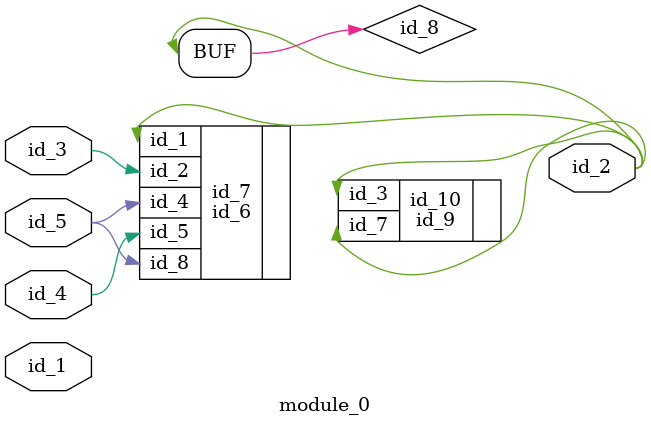
<source format=v>
module module_0 (
    id_1,
    id_2,
    id_3,
    id_4,
    id_5
);
  input id_5;
  input id_4;
  input id_3;
  output id_2;
  input id_1;
  id_6 id_7 (
      .id_5(1),
      .id_2(id_3),
      .id_5(id_4[id_5]),
      .id_4(id_5),
      .id_1(id_2),
      .id_8(id_5),
      .id_5(id_4)
  );
  assign id_8 = id_2;
  id_9 id_10 (
      .id_3(id_2),
      .id_7(id_2)
  );
endmodule

</source>
